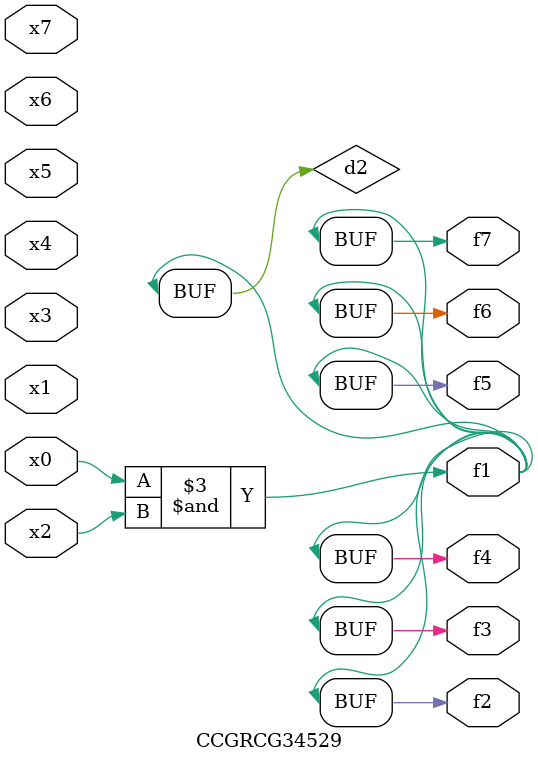
<source format=v>
module CCGRCG34529(
	input x0, x1, x2, x3, x4, x5, x6, x7,
	output f1, f2, f3, f4, f5, f6, f7
);

	wire d1, d2;

	nor (d1, x3, x6);
	and (d2, x0, x2);
	assign f1 = d2;
	assign f2 = d2;
	assign f3 = d2;
	assign f4 = d2;
	assign f5 = d2;
	assign f6 = d2;
	assign f7 = d2;
endmodule

</source>
